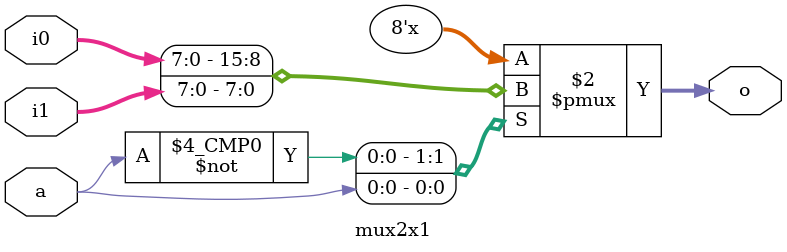
<source format=v>
module mux2x1
(
	input wire [N-1:0]	i0,
	input wire [N-1:0]	i1,
	input wire 			a,
	output wire [N-1:0]	o
);
	parameter N=8;

	always
	begin
		case(a)
		0: o = i0;
		1: o = i1;
		endcase
	end

endmodule

</source>
